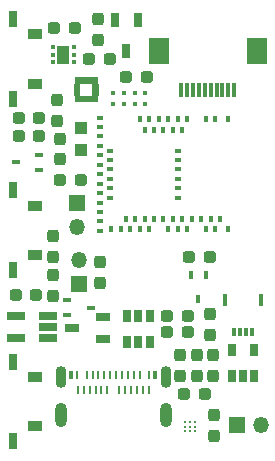
<source format=gbr>
%TF.GenerationSoftware,KiCad,Pcbnew,(5.99.0-8775-g06a515339c)*%
%TF.CreationDate,2021-03-27T13:48:37-04:00*%
%TF.ProjectId,mk2,6d6b322e-6b69-4636-9164-5f7063625858,rev?*%
%TF.SameCoordinates,Original*%
%TF.FileFunction,Soldermask,Top*%
%TF.FilePolarity,Negative*%
%FSLAX46Y46*%
G04 Gerber Fmt 4.6, Leading zero omitted, Abs format (unit mm)*
G04 Created by KiCad (PCBNEW (5.99.0-8775-g06a515339c)) date 2021-03-27 13:48:37*
%MOMM*%
%LPD*%
G01*
G04 APERTURE LIST*
G04 Aperture macros list*
%AMRoundRect*
0 Rectangle with rounded corners*
0 $1 Rounding radius*
0 $2 $3 $4 $5 $6 $7 $8 $9 X,Y pos of 4 corners*
0 Add a 4 corners polygon primitive as box body*
4,1,4,$2,$3,$4,$5,$6,$7,$8,$9,$2,$3,0*
0 Add four circle primitives for the rounded corners*
1,1,$1+$1,$2,$3*
1,1,$1+$1,$4,$5*
1,1,$1+$1,$6,$7*
1,1,$1+$1,$8,$9*
0 Add four rect primitives between the rounded corners*
20,1,$1+$1,$2,$3,$4,$5,0*
20,1,$1+$1,$4,$5,$6,$7,0*
20,1,$1+$1,$6,$7,$8,$9,0*
20,1,$1+$1,$8,$9,$2,$3,0*%
G04 Aperture macros list end*
%ADD10C,0.010000*%
%ADD11R,0.250000X0.750000*%
%ADD12R,0.300000X0.750000*%
%ADD13O,0.925000X1.850000*%
%ADD14O,1.025000X2.050000*%
%ADD15RoundRect,0.237500X0.287500X0.237500X-0.287500X0.237500X-0.287500X-0.237500X0.287500X-0.237500X0*%
%ADD16RoundRect,0.237500X-0.237500X0.287500X-0.237500X-0.287500X0.237500X-0.287500X0.237500X0.287500X0*%
%ADD17C,0.229500*%
%ADD18RoundRect,0.237500X0.237500X-0.287500X0.237500X0.287500X-0.237500X0.287500X-0.237500X-0.287500X0*%
%ADD19R,0.400000X0.600000*%
%ADD20R,0.600000X0.400000*%
%ADD21R,0.650000X1.060000*%
%ADD22R,1.220000X0.650000*%
%ADD23R,0.700000X0.450000*%
%ADD24R,0.650000X1.220000*%
%ADD25R,1.270000X0.900000*%
%ADD26R,0.800000X1.450000*%
%ADD27R,0.300000X1.300000*%
%ADD28R,1.800000X2.200000*%
%ADD29R,0.300000X0.700000*%
%ADD30R,0.300000X1.000000*%
%ADD31RoundRect,0.237500X-0.287500X-0.237500X0.287500X-0.237500X0.287500X0.237500X-0.287500X0.237500X0*%
%ADD32R,0.400000X0.420000*%
%ADD33R,1.350000X1.350000*%
%ADD34O,1.350000X1.350000*%
%ADD35R,0.450000X0.700000*%
%ADD36RoundRect,0.093750X0.093750X0.106250X-0.093750X0.106250X-0.093750X-0.106250X0.093750X-0.106250X0*%
%ADD37R,1.000000X1.600000*%
%ADD38R,1.100000X1.050000*%
%ADD39R,1.560000X0.650000*%
G04 APERTURE END LIST*
D10*
%TO.C,U4*%
X19227000Y-20304000D02*
X19227000Y-19854000D01*
X19227000Y-19854000D02*
X19627000Y-19854000D01*
X19627000Y-19854000D02*
X19627000Y-20304000D01*
X19627000Y-20304000D02*
X19227000Y-20304000D01*
G36*
X19627000Y-20304000D02*
G01*
X19227000Y-20304000D01*
X19227000Y-19854000D01*
X19627000Y-19854000D01*
X19627000Y-20304000D01*
G37*
X19627000Y-20304000D02*
X19227000Y-20304000D01*
X19227000Y-19854000D01*
X19627000Y-19854000D01*
X19627000Y-20304000D01*
X18177000Y-19254000D02*
X18177000Y-18854000D01*
X18177000Y-18854000D02*
X18627000Y-18854000D01*
X18627000Y-18854000D02*
X18627000Y-19254000D01*
X18627000Y-19254000D02*
X18177000Y-19254000D01*
G36*
X18627000Y-19254000D02*
G01*
X18177000Y-19254000D01*
X18177000Y-18854000D01*
X18627000Y-18854000D01*
X18627000Y-19254000D01*
G37*
X18627000Y-19254000D02*
X18177000Y-19254000D01*
X18177000Y-18854000D01*
X18627000Y-18854000D01*
X18627000Y-19254000D01*
X19727000Y-19754000D02*
X19727000Y-19354000D01*
X19727000Y-19354000D02*
X20177000Y-19354000D01*
X20177000Y-19354000D02*
X20177000Y-19754000D01*
X20177000Y-19754000D02*
X19727000Y-19754000D01*
G36*
X20177000Y-19754000D02*
G01*
X19727000Y-19754000D01*
X19727000Y-19354000D01*
X20177000Y-19354000D01*
X20177000Y-19754000D01*
G37*
X20177000Y-19754000D02*
X19727000Y-19754000D01*
X19727000Y-19354000D01*
X20177000Y-19354000D01*
X20177000Y-19754000D01*
X19727000Y-18754000D02*
X19727000Y-18304000D01*
X19727000Y-18304000D02*
X20127000Y-18304000D01*
X20127000Y-18304000D02*
X20127000Y-18754000D01*
X20127000Y-18754000D02*
X19727000Y-18754000D01*
G36*
X20127000Y-18754000D02*
G01*
X19727000Y-18754000D01*
X19727000Y-18304000D01*
X20127000Y-18304000D01*
X20127000Y-18754000D01*
G37*
X20127000Y-18754000D02*
X19727000Y-18754000D01*
X19727000Y-18304000D01*
X20127000Y-18304000D01*
X20127000Y-18754000D01*
X18727000Y-18754000D02*
X18727000Y-18304000D01*
X18727000Y-18304000D02*
X19127000Y-18304000D01*
X19127000Y-18304000D02*
X19127000Y-18754000D01*
X19127000Y-18754000D02*
X18727000Y-18754000D01*
G36*
X19127000Y-18754000D02*
G01*
X18727000Y-18754000D01*
X18727000Y-18304000D01*
X19127000Y-18304000D01*
X19127000Y-18754000D01*
G37*
X19127000Y-18754000D02*
X18727000Y-18754000D01*
X18727000Y-18304000D01*
X19127000Y-18304000D01*
X19127000Y-18754000D01*
X19727000Y-20304000D02*
X19727000Y-19854000D01*
X19727000Y-19854000D02*
X20127000Y-19854000D01*
X20127000Y-19854000D02*
X20127000Y-20304000D01*
X20127000Y-20304000D02*
X19727000Y-20304000D01*
G36*
X20127000Y-20304000D02*
G01*
X19727000Y-20304000D01*
X19727000Y-19854000D01*
X20127000Y-19854000D01*
X20127000Y-20304000D01*
G37*
X20127000Y-20304000D02*
X19727000Y-20304000D01*
X19727000Y-19854000D01*
X20127000Y-19854000D01*
X20127000Y-20304000D01*
X18227000Y-18754000D02*
X18227000Y-18304000D01*
X18227000Y-18304000D02*
X18627000Y-18304000D01*
X18627000Y-18304000D02*
X18627000Y-18754000D01*
X18627000Y-18754000D02*
X18227000Y-18754000D01*
G36*
X18627000Y-18754000D02*
G01*
X18227000Y-18754000D01*
X18227000Y-18304000D01*
X18627000Y-18304000D01*
X18627000Y-18754000D01*
G37*
X18627000Y-18754000D02*
X18227000Y-18754000D01*
X18227000Y-18304000D01*
X18627000Y-18304000D01*
X18627000Y-18754000D01*
X19727000Y-19254000D02*
X19727000Y-18854000D01*
X19727000Y-18854000D02*
X20177000Y-18854000D01*
X20177000Y-18854000D02*
X20177000Y-19254000D01*
X20177000Y-19254000D02*
X19727000Y-19254000D01*
G36*
X20177000Y-19254000D02*
G01*
X19727000Y-19254000D01*
X19727000Y-18854000D01*
X20177000Y-18854000D01*
X20177000Y-19254000D01*
G37*
X20177000Y-19254000D02*
X19727000Y-19254000D01*
X19727000Y-18854000D01*
X20177000Y-18854000D01*
X20177000Y-19254000D01*
X18177000Y-19754000D02*
X18177000Y-19354000D01*
X18177000Y-19354000D02*
X18627000Y-19354000D01*
X18627000Y-19354000D02*
X18627000Y-19754000D01*
X18627000Y-19754000D02*
X18177000Y-19754000D01*
G36*
X18627000Y-19754000D02*
G01*
X18177000Y-19754000D01*
X18177000Y-19354000D01*
X18627000Y-19354000D01*
X18627000Y-19754000D01*
G37*
X18627000Y-19754000D02*
X18177000Y-19754000D01*
X18177000Y-19354000D01*
X18627000Y-19354000D01*
X18627000Y-19754000D01*
X19227000Y-18754000D02*
X19227000Y-18304000D01*
X19227000Y-18304000D02*
X19627000Y-18304000D01*
X19627000Y-18304000D02*
X19627000Y-18754000D01*
X19627000Y-18754000D02*
X19227000Y-18754000D01*
G36*
X19627000Y-18754000D02*
G01*
X19227000Y-18754000D01*
X19227000Y-18304000D01*
X19627000Y-18304000D01*
X19627000Y-18754000D01*
G37*
X19627000Y-18754000D02*
X19227000Y-18754000D01*
X19227000Y-18304000D01*
X19627000Y-18304000D01*
X19627000Y-18754000D01*
X18727000Y-20304000D02*
X18727000Y-19854000D01*
X18727000Y-19854000D02*
X19127000Y-19854000D01*
X19127000Y-19854000D02*
X19127000Y-20304000D01*
X19127000Y-20304000D02*
X18727000Y-20304000D01*
G36*
X19127000Y-20304000D02*
G01*
X18727000Y-20304000D01*
X18727000Y-19854000D01*
X19127000Y-19854000D01*
X19127000Y-20304000D01*
G37*
X19127000Y-20304000D02*
X18727000Y-20304000D01*
X18727000Y-19854000D01*
X19127000Y-19854000D01*
X19127000Y-20304000D01*
X18227000Y-20304000D02*
X18227000Y-19854000D01*
X18227000Y-19854000D02*
X18627000Y-19854000D01*
X18627000Y-19854000D02*
X18627000Y-20304000D01*
X18627000Y-20304000D02*
X18227000Y-20304000D01*
G36*
X18627000Y-20304000D02*
G01*
X18227000Y-20304000D01*
X18227000Y-19854000D01*
X18627000Y-19854000D01*
X18627000Y-20304000D01*
G37*
X18627000Y-20304000D02*
X18227000Y-20304000D01*
X18227000Y-19854000D01*
X18627000Y-19854000D01*
X18627000Y-20304000D01*
%TD*%
D11*
%TO.C,J2*%
X18500000Y-44775000D03*
X19000000Y-44775000D03*
X19500000Y-44775000D03*
X20000000Y-44775000D03*
X20500000Y-44775000D03*
X21000000Y-44775000D03*
X22000000Y-44775000D03*
X22500000Y-44775000D03*
X23000000Y-44775000D03*
X23500000Y-44775000D03*
X24000000Y-44775000D03*
X24500000Y-44775000D03*
X24550000Y-43525000D03*
X23750000Y-43525000D03*
X23250000Y-43525000D03*
X22750000Y-43525000D03*
X22250000Y-43525000D03*
X21750000Y-43525000D03*
X21250000Y-43525000D03*
X20750000Y-43525000D03*
X20250000Y-43525000D03*
X19750000Y-43525000D03*
X19250000Y-43525000D03*
X18450000Y-43525000D03*
D12*
X25050000Y-43525000D03*
X17950000Y-43525000D03*
D13*
X25950000Y-43700000D03*
X17050000Y-43700000D03*
D14*
X25950000Y-46900000D03*
X17050000Y-46900000D03*
%TD*%
D15*
%TO.C,R4*%
X27799000Y-39878000D03*
X26049000Y-39878000D03*
%TD*%
%TO.C,R13*%
X29704000Y-33528000D03*
X27954000Y-33528000D03*
%TD*%
D16*
%TO.C,R14*%
X29718000Y-38368000D03*
X29718000Y-40118000D03*
%TD*%
D17*
%TO.C,U6*%
X27600000Y-47477000D03*
X28000000Y-47477000D03*
X28400000Y-47477000D03*
X27600000Y-47877000D03*
X28000000Y-47877000D03*
X28400000Y-47877000D03*
X27600000Y-48277000D03*
X28000000Y-48277000D03*
X28400000Y-48277000D03*
%TD*%
D18*
%TO.C,C4*%
X16383000Y-36816000D03*
X16383000Y-35066000D03*
%TD*%
D15*
%TO.C,C9*%
X24370000Y-18288000D03*
X22620000Y-18288000D03*
%TD*%
D18*
%TO.C,C8*%
X20193000Y-15099000D03*
X20193000Y-13349000D03*
%TD*%
D15*
%TO.C,R15*%
X15250000Y-23250000D03*
X13500000Y-23250000D03*
%TD*%
D19*
%TO.C,IC1*%
X31250000Y-21850000D03*
X30150000Y-21850000D03*
X29350000Y-21850000D03*
X27750000Y-21850000D03*
X27350000Y-22750000D03*
X26950000Y-21850000D03*
X26550000Y-22750000D03*
X26150000Y-21850000D03*
X25750000Y-22750000D03*
X25350000Y-21850000D03*
X24950000Y-22750000D03*
X24550000Y-21850000D03*
X24150000Y-22750000D03*
X23750000Y-21850000D03*
D20*
X20350000Y-21700000D03*
X20350000Y-22500000D03*
X20350000Y-23300000D03*
X20350000Y-24100000D03*
X21250000Y-24500000D03*
X20350000Y-24900000D03*
X21250000Y-25300000D03*
X20350000Y-25700000D03*
X21250000Y-26100000D03*
X20350000Y-26500000D03*
X21250000Y-26900000D03*
X20350000Y-27300000D03*
X21250000Y-27700000D03*
X20350000Y-28100000D03*
X21250000Y-28500000D03*
X20350000Y-28900000D03*
X20350000Y-29700000D03*
X20350000Y-30500000D03*
X20350000Y-31300000D03*
D19*
X21350000Y-31150000D03*
X22150000Y-31150000D03*
X22550000Y-30250000D03*
X22950000Y-31150000D03*
X23350000Y-30250000D03*
X23750000Y-31150000D03*
X24150000Y-30250000D03*
X24550000Y-31150000D03*
X24950000Y-30250000D03*
X25750000Y-30250000D03*
X26150000Y-31150000D03*
X26550000Y-30250000D03*
X26950000Y-31150000D03*
X27350000Y-30250000D03*
X27750000Y-31150000D03*
X28150000Y-30250000D03*
X28950000Y-30250000D03*
X29350000Y-31150000D03*
X29750000Y-30250000D03*
X30150000Y-31150000D03*
X30550000Y-30250000D03*
X31250000Y-31150000D03*
D20*
X26950000Y-24500000D03*
X26950000Y-25300000D03*
X26950000Y-26100000D03*
X26950000Y-26900000D03*
X26950000Y-27700000D03*
X26950000Y-28500000D03*
%TD*%
D21*
%TO.C,U3*%
X31550000Y-43600000D03*
X32500000Y-43600000D03*
X33450000Y-43600000D03*
X33450000Y-41400000D03*
X31550000Y-41400000D03*
%TD*%
D18*
%TO.C,C10*%
X30000000Y-48627000D03*
X30000000Y-46877000D03*
%TD*%
D22*
%TO.C,D1*%
X20620000Y-40450000D03*
X20620000Y-38550000D03*
X18000000Y-39500000D03*
%TD*%
D23*
%TO.C,Q4*%
X15250000Y-26150000D03*
X15250000Y-24850000D03*
X13250000Y-25500000D03*
%TD*%
D15*
%TO.C,C20*%
X29250000Y-45127000D03*
X27500000Y-45127000D03*
%TD*%
D21*
%TO.C,U5*%
X24572000Y-38524000D03*
X23622000Y-38524000D03*
X22672000Y-38524000D03*
X22672000Y-40724000D03*
X23622000Y-40724000D03*
X24572000Y-40724000D03*
%TD*%
D24*
%TO.C,D2*%
X23556000Y-13422000D03*
X21656000Y-13422000D03*
X22606000Y-16042000D03*
%TD*%
D25*
%TO.C,SW2*%
X14885000Y-14650000D03*
X14885000Y-18850000D03*
D26*
X13000000Y-13375000D03*
X13000000Y-20125000D03*
%TD*%
D27*
%TO.C,J1*%
X31750000Y-19350000D03*
X31250000Y-19350000D03*
X30750000Y-19350000D03*
X30250000Y-19350000D03*
X29750000Y-19350000D03*
X29250000Y-19350000D03*
X28750000Y-19350000D03*
X28250000Y-19350000D03*
X27750000Y-19350000D03*
X27250000Y-19350000D03*
D28*
X25350000Y-16100000D03*
X33650000Y-16100000D03*
%TD*%
D16*
%TO.C,R9*%
X29972000Y-41797000D03*
X29972000Y-43547000D03*
%TD*%
D29*
%TO.C,J4*%
X33250000Y-39825000D03*
X32750000Y-39825000D03*
X32250000Y-39825000D03*
X31750000Y-39825000D03*
D30*
X34040000Y-37175000D03*
X30960000Y-37175000D03*
%TD*%
D16*
%TO.C,C2*%
X17000000Y-23500000D03*
X17000000Y-25250000D03*
%TD*%
D31*
%TO.C,C5*%
X19445000Y-16764000D03*
X21195000Y-16764000D03*
%TD*%
D32*
%TO.C,IC2*%
X24210000Y-19616000D03*
X23310000Y-19616000D03*
X22410000Y-19616000D03*
X21510000Y-19616000D03*
X21510000Y-20516000D03*
X22410000Y-20516000D03*
X23310000Y-20516000D03*
X24210000Y-20516000D03*
%TD*%
D33*
%TO.C,BT1*%
X32000000Y-47750000D03*
D34*
X34000000Y-47750000D03*
%TD*%
D16*
%TO.C,R2*%
X20400000Y-33925000D03*
X20400000Y-35675000D03*
%TD*%
D25*
%TO.C,SW4*%
X14885000Y-43650000D03*
X14885000Y-47850000D03*
D26*
X13000000Y-42375000D03*
X13000000Y-49125000D03*
%TD*%
D15*
%TO.C,C6*%
X18274000Y-14097000D03*
X16524000Y-14097000D03*
%TD*%
D35*
%TO.C,Q3*%
X29352000Y-35068000D03*
X28052000Y-35068000D03*
X28702000Y-37068000D03*
%TD*%
D36*
%TO.C,U1*%
X18140500Y-17033000D03*
X18140500Y-16383000D03*
X18140500Y-15733000D03*
X16365500Y-15733000D03*
X16365500Y-16383000D03*
X16365500Y-17033000D03*
D37*
X17253000Y-16383000D03*
%TD*%
D38*
%TO.C,Y1*%
X18750000Y-24425000D03*
X18750000Y-22575000D03*
%TD*%
D16*
%TO.C,C7*%
X16383000Y-31764000D03*
X16383000Y-33514000D03*
%TD*%
D23*
%TO.C,Q1*%
X17600000Y-37150000D03*
X17600000Y-38450000D03*
X19600000Y-37800000D03*
%TD*%
D15*
%TO.C,R3*%
X27799000Y-38481000D03*
X26049000Y-38481000D03*
%TD*%
D33*
%TO.C,J6*%
X18600000Y-35800000D03*
D34*
X18600000Y-33800000D03*
%TD*%
D18*
%TO.C,R11*%
X27178000Y-43547000D03*
X27178000Y-41797000D03*
%TD*%
D15*
%TO.C,R16*%
X15250000Y-21750000D03*
X13500000Y-21750000D03*
%TD*%
%TO.C,C3*%
X18750000Y-27000000D03*
X17000000Y-27000000D03*
%TD*%
D25*
%TO.C,SW1*%
X14885000Y-29150000D03*
X14885000Y-33350000D03*
D26*
X13000000Y-27875000D03*
X13000000Y-34625000D03*
%TD*%
D33*
%TO.C,J3*%
X18415000Y-28972000D03*
D34*
X18415000Y-30972000D03*
%TD*%
D18*
%TO.C,R12*%
X28575000Y-43547000D03*
X28575000Y-41797000D03*
%TD*%
D39*
%TO.C,U2*%
X15950000Y-40400000D03*
X15950000Y-39450000D03*
X15950000Y-38500000D03*
X13250000Y-38500000D03*
X13250000Y-40400000D03*
%TD*%
D31*
%TO.C,L1*%
X13250000Y-36750000D03*
X15000000Y-36750000D03*
%TD*%
D16*
%TO.C,C1*%
X16750000Y-20250000D03*
X16750000Y-22000000D03*
%TD*%
M02*

</source>
